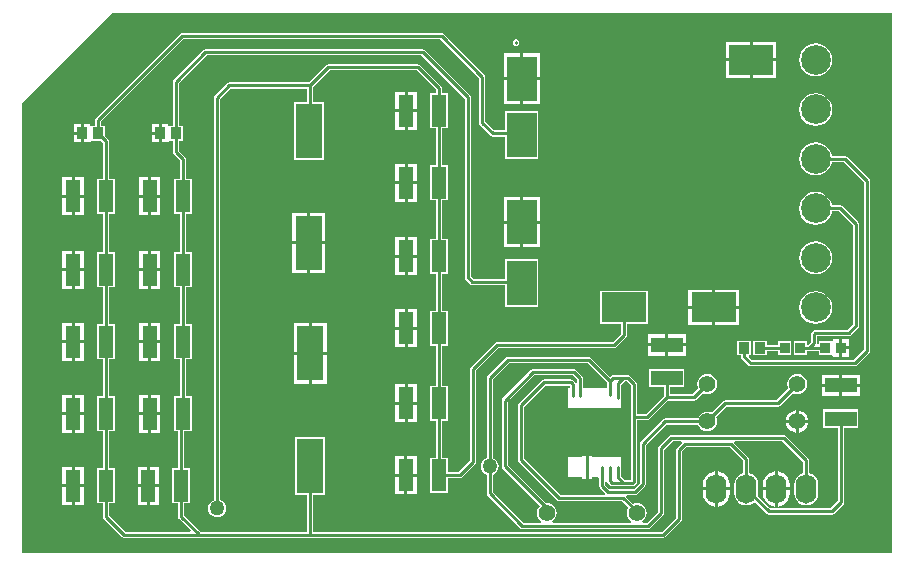
<source format=gtl>
G04*
G04 #@! TF.GenerationSoftware,Altium Limited,Altium Designer,18.0.9 (584)*
G04*
G04 Layer_Physical_Order=1*
G04 Layer_Color=255*
%FSLAX25Y25*%
%MOIN*%
G70*
G01*
G75*
%ADD13C,0.01000*%
%ADD15R,0.03347X0.03740*%
%ADD16R,0.09055X0.18307*%
%ADD17R,0.05118X0.10630*%
%ADD18R,0.10630X0.05118*%
%ADD19R,0.03543X0.03937*%
%ADD20R,0.14882X0.09882*%
%ADD21R,0.09882X0.14882*%
%ADD22C,0.09882*%
%ADD34O,0.06890X0.09843*%
%ADD35C,0.05512*%
%ADD36C,0.05000*%
G36*
X490000Y300000D02*
X200000D01*
Y450000D01*
X230000Y480000D01*
X490000D01*
Y300000D01*
D02*
G37*
%LPC*%
G36*
X364759Y471445D02*
X364369Y471367D01*
X364038Y471146D01*
X363817Y470815D01*
X363739Y470425D01*
Y470138D01*
X363817Y469748D01*
X364038Y469417D01*
X364369Y469196D01*
X364759Y469118D01*
X365149Y469196D01*
X365480Y469417D01*
X365701Y469748D01*
X365779Y470138D01*
Y470425D01*
X365701Y470815D01*
X365480Y471146D01*
X365149Y471367D01*
X364759Y471445D01*
D02*
G37*
G36*
X451546Y470461D02*
X443606D01*
Y465020D01*
X451546D01*
Y470461D01*
D02*
G37*
G36*
X442605D02*
X434665D01*
Y465020D01*
X442605D01*
Y470461D01*
D02*
G37*
G36*
X464641Y470008D02*
X463221Y469821D01*
X461897Y469272D01*
X460760Y468400D01*
X459888Y467264D01*
X459340Y465940D01*
X459153Y464520D01*
X459340Y463099D01*
X459888Y461776D01*
X460760Y460639D01*
X461897Y459767D01*
X463221Y459219D01*
X464641Y459032D01*
X466061Y459219D01*
X467385Y459767D01*
X468521Y460639D01*
X469394Y461776D01*
X469942Y463099D01*
X470129Y464520D01*
X469942Y465940D01*
X469394Y467264D01*
X468521Y468400D01*
X467385Y469272D01*
X466061Y469821D01*
X464641Y470008D01*
D02*
G37*
G36*
X372590Y466701D02*
X367149D01*
Y458760D01*
X372590D01*
Y466701D01*
D02*
G37*
G36*
X366149D02*
X360708D01*
Y458760D01*
X366149D01*
Y466701D01*
D02*
G37*
G36*
X451546Y464020D02*
X443606D01*
Y458579D01*
X451546D01*
Y464020D01*
D02*
G37*
G36*
X442605D02*
X434665D01*
Y458579D01*
X442605D01*
Y464020D01*
D02*
G37*
G36*
X372590Y457760D02*
X367149D01*
Y449819D01*
X372590D01*
Y457760D01*
D02*
G37*
G36*
X366149D02*
X360708D01*
Y449819D01*
X366149D01*
Y457760D01*
D02*
G37*
G36*
X331653Y453850D02*
X328594D01*
Y448035D01*
X331653D01*
Y453850D01*
D02*
G37*
G36*
X327594D02*
X324535D01*
Y448035D01*
X327594D01*
Y453850D01*
D02*
G37*
G36*
X464641Y453511D02*
X463221Y453325D01*
X461897Y452776D01*
X460760Y451904D01*
X459888Y450768D01*
X459340Y449444D01*
X459153Y448024D01*
X459340Y446603D01*
X459888Y445280D01*
X460760Y444143D01*
X461897Y443271D01*
X463221Y442723D01*
X464641Y442536D01*
X466061Y442723D01*
X467385Y443271D01*
X468521Y444143D01*
X469394Y445280D01*
X469942Y446603D01*
X470129Y448024D01*
X469942Y449444D01*
X469394Y450768D01*
X468521Y451904D01*
X467385Y452776D01*
X466061Y453325D01*
X464641Y453511D01*
D02*
G37*
G36*
X331653Y447035D02*
X328594D01*
Y441221D01*
X331653D01*
Y447035D01*
D02*
G37*
G36*
X327594D02*
X324535D01*
Y441221D01*
X327594D01*
Y447035D01*
D02*
G37*
G36*
X245641Y443004D02*
X243369D01*
Y440535D01*
X245641D01*
Y443004D01*
D02*
G37*
G36*
X219641D02*
X217369D01*
Y440535D01*
X219641D01*
Y443004D01*
D02*
G37*
G36*
X245641Y439535D02*
X243369D01*
Y437067D01*
X245641D01*
Y439535D01*
D02*
G37*
G36*
X219641D02*
X217369D01*
Y437067D01*
X219641D01*
Y439535D01*
D02*
G37*
G36*
X339972Y473539D02*
X253440D01*
X253050Y473462D01*
X252719Y473241D01*
X224735Y445256D01*
X224514Y444926D01*
X224436Y444535D01*
Y442858D01*
X224083Y442504D01*
X223184Y442504D01*
X222913Y442891D01*
Y443004D01*
X220641D01*
Y440035D01*
Y437067D01*
X222913D01*
Y437180D01*
X223184Y437567D01*
X223413Y437567D01*
X226483D01*
X227133Y436916D01*
Y424850D01*
X225094D01*
Y413221D01*
X227133D01*
Y400350D01*
X225094D01*
Y388720D01*
X227133D01*
Y376350D01*
X225094D01*
Y364721D01*
X227133D01*
Y352350D01*
X225094D01*
Y340721D01*
X227133D01*
Y328350D01*
X225094D01*
Y316721D01*
X227145D01*
Y312276D01*
X227223Y311886D01*
X227444Y311555D01*
X233446Y305553D01*
X233777Y305332D01*
X234167Y305254D01*
X413774D01*
X414164Y305332D01*
X414495Y305553D01*
X419721Y310779D01*
X419942Y311110D01*
X420020Y311500D01*
Y334078D01*
X421422Y335480D01*
X436078D01*
X440480Y331078D01*
Y326821D01*
X440470Y326820D01*
X439510Y326422D01*
X438687Y325790D01*
X438054Y324966D01*
X437657Y324006D01*
X437521Y322976D01*
Y320024D01*
X437657Y318994D01*
X438054Y318034D01*
X438687Y317210D01*
X439510Y316578D01*
X440470Y316180D01*
X441500Y316045D01*
X442530Y316180D01*
X443490Y316578D01*
X444313Y317210D01*
X444346Y317212D01*
X448279Y313279D01*
X448610Y313058D01*
X449000Y312980D01*
X470000D01*
X470390Y313058D01*
X470721Y313279D01*
X473721Y316279D01*
X473942Y316610D01*
X474020Y317000D01*
Y341929D01*
X478815D01*
Y348047D01*
X467185D01*
Y341929D01*
X471980D01*
Y317422D01*
X469578Y315020D01*
X449422D01*
X445356Y319086D01*
X445479Y320024D01*
Y322976D01*
X445343Y324006D01*
X444946Y324966D01*
X444313Y325790D01*
X443490Y326422D01*
X442530Y326820D01*
X442520Y326821D01*
Y331500D01*
X442442Y331890D01*
X442221Y332221D01*
X437462Y336980D01*
X437669Y337480D01*
X453578D01*
X460480Y330578D01*
Y326821D01*
X460470Y326820D01*
X459511Y326422D01*
X458686Y325790D01*
X458054Y324966D01*
X457657Y324006D01*
X457521Y322976D01*
Y320024D01*
X457657Y318994D01*
X458054Y318034D01*
X458686Y317210D01*
X459511Y316578D01*
X460470Y316180D01*
X461500Y316045D01*
X462530Y316180D01*
X463489Y316578D01*
X464314Y317210D01*
X464946Y318034D01*
X465343Y318994D01*
X465479Y320024D01*
Y322976D01*
X465343Y324006D01*
X464946Y324966D01*
X464314Y325790D01*
X463489Y326422D01*
X462530Y326820D01*
X462520Y326821D01*
Y331000D01*
X462442Y331390D01*
X462221Y331721D01*
X454721Y339221D01*
X454390Y339442D01*
X454000Y339520D01*
X416500D01*
X416110Y339442D01*
X415779Y339221D01*
X412279Y335721D01*
X412058Y335390D01*
X411980Y335000D01*
Y313922D01*
X408322Y310264D01*
X406952D01*
X406782Y310764D01*
X407322Y311178D01*
X407844Y311858D01*
X408172Y312650D01*
X408284Y313500D01*
X408172Y314350D01*
X407844Y315142D01*
X407322Y315822D01*
X406642Y316344D01*
X405850Y316672D01*
X405000Y316784D01*
X404150Y316672D01*
X403881Y316561D01*
X401462Y318980D01*
X401669Y319480D01*
X404441D01*
X404831Y319558D01*
X405162Y319779D01*
X407662Y322279D01*
X407883Y322610D01*
X407961Y323000D01*
Y336078D01*
X414863Y342980D01*
X425398D01*
X425656Y342358D01*
X426178Y341678D01*
X426858Y341156D01*
X427650Y340828D01*
X428500Y340716D01*
X429350Y340828D01*
X430142Y341156D01*
X430822Y341678D01*
X431344Y342358D01*
X431672Y343150D01*
X431784Y344000D01*
X431672Y344850D01*
X431414Y345472D01*
X434922Y348980D01*
X452000D01*
X452390Y349058D01*
X452721Y349279D01*
X457028Y353586D01*
X457650Y353328D01*
X458500Y353216D01*
X459350Y353328D01*
X460142Y353656D01*
X460822Y354178D01*
X461344Y354858D01*
X461672Y355650D01*
X461784Y356500D01*
X461672Y357350D01*
X461344Y358142D01*
X460822Y358822D01*
X460142Y359344D01*
X459350Y359672D01*
X458500Y359784D01*
X457650Y359672D01*
X456858Y359344D01*
X456178Y358822D01*
X455656Y358142D01*
X455328Y357350D01*
X455216Y356500D01*
X455328Y355650D01*
X455586Y355028D01*
X451578Y351020D01*
X434500D01*
X434110Y350942D01*
X433779Y350721D01*
X429972Y346914D01*
X429350Y347172D01*
X428500Y347284D01*
X427650Y347172D01*
X426858Y346844D01*
X426178Y346322D01*
X425656Y345642D01*
X425398Y345020D01*
X414441D01*
X414051Y344942D01*
X413720Y344721D01*
X406220Y337221D01*
X405999Y336890D01*
X405921Y336500D01*
Y323422D01*
X404019Y321520D01*
X395863D01*
X394570Y322813D01*
Y323845D01*
X395070Y323894D01*
X395108Y323701D01*
X395329Y323370D01*
X395920Y322779D01*
X396251Y322558D01*
X396641Y322480D01*
X403641D01*
X404031Y322558D01*
X404362Y322779D01*
X404862Y323279D01*
X405083Y323610D01*
X405161Y324000D01*
Y344480D01*
X408441D01*
X408831Y344558D01*
X409162Y344779D01*
X415363Y350980D01*
X424000D01*
X424390Y351058D01*
X424721Y351279D01*
X427028Y353586D01*
X427650Y353328D01*
X428500Y353216D01*
X429350Y353328D01*
X430142Y353656D01*
X430822Y354178D01*
X431344Y354858D01*
X431672Y355650D01*
X431784Y356500D01*
X431672Y357350D01*
X431344Y358142D01*
X430822Y358822D01*
X430142Y359344D01*
X429350Y359672D01*
X428500Y359784D01*
X427650Y359672D01*
X426858Y359344D01*
X426178Y358822D01*
X425656Y358142D01*
X425328Y357350D01*
X425216Y356500D01*
X425328Y355650D01*
X425586Y355028D01*
X423578Y353020D01*
X415961D01*
Y355429D01*
X420756D01*
Y361547D01*
X409126D01*
Y355429D01*
X413921D01*
Y352422D01*
X408019Y346520D01*
X405161D01*
Y356500D01*
X405083Y356890D01*
X404862Y357221D01*
X402862Y359221D01*
X402531Y359442D01*
X402141Y359520D01*
X397141D01*
X396751Y359442D01*
X396420Y359221D01*
X396141Y358942D01*
X389862Y365221D01*
X389531Y365442D01*
X389141Y365520D01*
X361941D01*
X361551Y365442D01*
X361220Y365221D01*
X355220Y359221D01*
X354999Y358890D01*
X354921Y358500D01*
Y331825D01*
X354428Y331621D01*
X353801Y331140D01*
X353320Y330513D01*
X353018Y329783D01*
X352915Y329000D01*
X353018Y328217D01*
X353320Y327487D01*
X353801Y326860D01*
X354428Y326379D01*
X354921Y326175D01*
Y320000D01*
X354999Y319610D01*
X355220Y319279D01*
X365976Y308523D01*
X366307Y308302D01*
X366697Y308225D01*
X408744D01*
X409134Y308302D01*
X409465Y308523D01*
X413721Y312779D01*
X413942Y313110D01*
X414020Y313500D01*
Y334578D01*
X416922Y337480D01*
X419831D01*
X420039Y336980D01*
X418279Y335221D01*
X418058Y334890D01*
X417980Y334500D01*
Y311922D01*
X413351Y307293D01*
X297161D01*
Y319646D01*
X301168D01*
Y338953D01*
X291113D01*
Y319646D01*
X295121D01*
Y307293D01*
X259625D01*
X254184Y312734D01*
Y316721D01*
X256224D01*
Y328350D01*
X254184D01*
Y340721D01*
X256724D01*
Y352350D01*
X254672D01*
Y364721D01*
X256712D01*
Y376350D01*
X254672D01*
Y388720D01*
X256712D01*
Y400350D01*
X254672D01*
Y413221D01*
X256712D01*
Y424850D01*
X254672D01*
Y431524D01*
X254595Y431914D01*
X254374Y432245D01*
X252476Y434143D01*
Y437567D01*
X253728D01*
Y442504D01*
X252476D01*
Y456893D01*
X261583Y466000D01*
X333234D01*
X347621Y451613D01*
Y392000D01*
X347699Y391610D01*
X347920Y391279D01*
X349420Y389779D01*
X349751Y389558D01*
X350141Y389480D01*
X361208D01*
Y382130D01*
X372090D01*
Y398012D01*
X361208D01*
Y391520D01*
X350563D01*
X349660Y392422D01*
Y452035D01*
X349583Y452426D01*
X349362Y452756D01*
X334378Y467741D01*
X334047Y467962D01*
X333657Y468039D01*
X261161D01*
X260770Y467962D01*
X260440Y467741D01*
X250735Y458036D01*
X250514Y457705D01*
X250436Y457315D01*
Y442858D01*
X250083Y442504D01*
X249184Y442504D01*
X248913Y442891D01*
Y443004D01*
X246641D01*
Y440035D01*
Y437067D01*
X248913D01*
Y437180D01*
X249184Y437567D01*
X249413Y437567D01*
X250436D01*
Y433720D01*
X250514Y433330D01*
X250735Y433000D01*
X252633Y431101D01*
Y424850D01*
X250594D01*
Y413221D01*
X252633D01*
Y400350D01*
X250594D01*
Y388720D01*
X252633D01*
Y376350D01*
X250594D01*
Y364721D01*
X252633D01*
Y352350D01*
X250606D01*
Y340721D01*
X252145D01*
Y328350D01*
X250106D01*
Y316721D01*
X252145D01*
Y312312D01*
X252223Y311922D01*
X252444Y311591D01*
X256279Y307755D01*
X256088Y307293D01*
X234590D01*
X229184Y312699D01*
Y316721D01*
X231212D01*
Y328350D01*
X229172D01*
Y340721D01*
X231212D01*
Y352350D01*
X229172D01*
Y364721D01*
X231212D01*
Y376350D01*
X229172D01*
Y388720D01*
X231212D01*
Y400350D01*
X229172D01*
Y413221D01*
X231212D01*
Y424850D01*
X229172D01*
Y437339D01*
X229095Y437729D01*
X228874Y438060D01*
X227728Y439206D01*
Y442504D01*
X226476D01*
Y444113D01*
X253863Y471500D01*
X339549D01*
X352480Y458569D01*
Y443500D01*
X352558Y443110D01*
X352779Y442779D01*
X356279Y439279D01*
X356610Y439058D01*
X357000Y438980D01*
X361208D01*
Y431618D01*
X372090D01*
Y439085D01*
X372146Y439169D01*
X372223Y439559D01*
X372146Y439949D01*
X372090Y440033D01*
Y447500D01*
X361208D01*
Y441020D01*
X357422D01*
X354520Y443922D01*
Y458991D01*
X354442Y459381D01*
X354221Y459712D01*
X340693Y473241D01*
X340362Y473462D01*
X339972Y473539D01*
D02*
G37*
G36*
X331653Y429850D02*
X328594D01*
Y424035D01*
X331653D01*
Y429850D01*
D02*
G37*
G36*
X327594D02*
X324535D01*
Y424035D01*
X327594D01*
Y429850D01*
D02*
G37*
G36*
X246188Y425350D02*
X243129D01*
Y419535D01*
X246188D01*
Y425350D01*
D02*
G37*
G36*
X220688D02*
X217629D01*
Y419535D01*
X220688D01*
Y425350D01*
D02*
G37*
G36*
X242129D02*
X239070D01*
Y419535D01*
X242129D01*
Y425350D01*
D02*
G37*
G36*
X216629D02*
X213570D01*
Y419535D01*
X216629D01*
Y425350D01*
D02*
G37*
G36*
X331653Y423035D02*
X328594D01*
Y417220D01*
X331653D01*
Y423035D01*
D02*
G37*
G36*
X327594D02*
X324535D01*
Y417220D01*
X327594D01*
Y423035D01*
D02*
G37*
G36*
X246188Y418536D02*
X243129D01*
Y412720D01*
X246188D01*
Y418536D01*
D02*
G37*
G36*
X242129D02*
X239070D01*
Y412720D01*
X242129D01*
Y418536D01*
D02*
G37*
G36*
X220688D02*
X217629D01*
Y412720D01*
X220688D01*
Y418536D01*
D02*
G37*
G36*
X216629D02*
X213570D01*
Y412720D01*
X216629D01*
Y418536D01*
D02*
G37*
G36*
X372590Y418905D02*
X367149D01*
Y410964D01*
X372590D01*
Y418905D01*
D02*
G37*
G36*
X366149D02*
X360708D01*
Y410964D01*
X366149D01*
Y418905D01*
D02*
G37*
G36*
X301168Y413654D02*
X296141D01*
Y404000D01*
X301168D01*
Y413654D01*
D02*
G37*
G36*
X295141D02*
X290113D01*
Y404000D01*
X295141D01*
Y413654D01*
D02*
G37*
G36*
X372590Y409965D02*
X367149D01*
Y402024D01*
X372590D01*
Y409965D01*
D02*
G37*
G36*
X366149D02*
X360708D01*
Y402024D01*
X366149D01*
Y409965D01*
D02*
G37*
G36*
X331653Y405350D02*
X328594D01*
Y399535D01*
X331653D01*
Y405350D01*
D02*
G37*
G36*
X327594D02*
X324535D01*
Y399535D01*
X327594D01*
Y405350D01*
D02*
G37*
G36*
X246188Y400850D02*
X243129D01*
Y395035D01*
X246188D01*
Y400850D01*
D02*
G37*
G36*
X220688D02*
X217629D01*
Y395035D01*
X220688D01*
Y400850D01*
D02*
G37*
G36*
X242129D02*
X239070D01*
Y395035D01*
X242129D01*
Y400850D01*
D02*
G37*
G36*
X216629D02*
X213570D01*
Y395035D01*
X216629D01*
Y400850D01*
D02*
G37*
G36*
X301168Y403000D02*
X296141D01*
Y393347D01*
X301168D01*
Y403000D01*
D02*
G37*
G36*
X295141D02*
X290113D01*
Y393347D01*
X295141D01*
Y403000D01*
D02*
G37*
G36*
X464641Y404023D02*
X463221Y403836D01*
X461897Y403288D01*
X460760Y402416D01*
X459888Y401279D01*
X459340Y399956D01*
X459153Y398535D01*
X459340Y397115D01*
X459888Y395792D01*
X460760Y394655D01*
X461897Y393783D01*
X463221Y393234D01*
X464641Y393048D01*
X466061Y393234D01*
X467385Y393783D01*
X468521Y394655D01*
X469394Y395792D01*
X469942Y397115D01*
X470129Y398535D01*
X469942Y399956D01*
X469394Y401279D01*
X468521Y402416D01*
X467385Y403288D01*
X466061Y403836D01*
X464641Y404023D01*
D02*
G37*
G36*
X331653Y398535D02*
X328594D01*
Y392721D01*
X331653D01*
Y398535D01*
D02*
G37*
G36*
X327594D02*
X324535D01*
Y392721D01*
X327594D01*
Y398535D01*
D02*
G37*
G36*
X246188Y394035D02*
X243129D01*
Y388221D01*
X246188D01*
Y394035D01*
D02*
G37*
G36*
X242129D02*
X239070D01*
Y388221D01*
X242129D01*
Y394035D01*
D02*
G37*
G36*
X220688D02*
X217629D01*
Y388221D01*
X220688D01*
Y394035D01*
D02*
G37*
G36*
X216629D02*
X213570D01*
Y388221D01*
X216629D01*
Y394035D01*
D02*
G37*
G36*
X439027Y387941D02*
X431086D01*
Y382500D01*
X439027D01*
Y387941D01*
D02*
G37*
G36*
X430086D02*
X422145D01*
Y382500D01*
X430086D01*
Y387941D01*
D02*
G37*
G36*
X464641Y387488D02*
X463221Y387301D01*
X461897Y386753D01*
X460760Y385880D01*
X459888Y384744D01*
X459340Y383420D01*
X459153Y382000D01*
X459340Y380580D01*
X459888Y379256D01*
X460760Y378119D01*
X461897Y377247D01*
X463221Y376699D01*
X464641Y376512D01*
X466061Y376699D01*
X467385Y377247D01*
X468521Y378119D01*
X469394Y379256D01*
X469942Y380580D01*
X470129Y382000D01*
X469942Y383420D01*
X469394Y384744D01*
X468521Y385880D01*
X467385Y386753D01*
X466061Y387301D01*
X464641Y387488D01*
D02*
G37*
G36*
X439027Y381500D02*
X431086D01*
Y376059D01*
X439027D01*
Y381500D01*
D02*
G37*
G36*
X430086D02*
X422145D01*
Y376059D01*
X430086D01*
Y381500D01*
D02*
G37*
G36*
X331653Y381350D02*
X328594D01*
Y375535D01*
X331653D01*
Y381350D01*
D02*
G37*
G36*
X327594D02*
X324535D01*
Y375535D01*
X327594D01*
Y381350D01*
D02*
G37*
G36*
X246188Y376850D02*
X243129D01*
Y371035D01*
X246188D01*
Y376850D01*
D02*
G37*
G36*
X220688D02*
X217629D01*
Y371035D01*
X220688D01*
Y376850D01*
D02*
G37*
G36*
X242129D02*
X239070D01*
Y371035D01*
X242129D01*
Y376850D01*
D02*
G37*
G36*
X216629D02*
X213570D01*
Y371035D01*
X216629D01*
Y376850D01*
D02*
G37*
G36*
X421256Y373071D02*
X415441D01*
Y370012D01*
X421256D01*
Y373071D01*
D02*
G37*
G36*
X414441D02*
X408626D01*
Y370012D01*
X414441D01*
Y373071D01*
D02*
G37*
G36*
X464641Y420519D02*
X463221Y420332D01*
X461897Y419784D01*
X460760Y418912D01*
X459888Y417775D01*
X459340Y416452D01*
X459153Y415031D01*
X459340Y413611D01*
X459888Y412288D01*
X460760Y411151D01*
X461897Y410279D01*
X463221Y409731D01*
X464641Y409544D01*
X466061Y409731D01*
X467385Y410279D01*
X468521Y411151D01*
X469394Y412288D01*
X469942Y413611D01*
X469995Y414012D01*
X472487D01*
X477090Y409409D01*
Y376422D01*
X475187Y374520D01*
X464500D01*
X464110Y374442D01*
X463779Y374221D01*
X463279Y373721D01*
X463058Y373390D01*
X462980Y373000D01*
Y370422D01*
X462173Y369615D01*
X461673Y369750D01*
Y370870D01*
X457327D01*
Y366130D01*
X461673D01*
Y367480D01*
X465709D01*
Y366130D01*
X469827D01*
X470055Y366130D01*
X470327Y365742D01*
Y365630D01*
X472500D01*
Y368500D01*
Y371370D01*
X470327D01*
Y371258D01*
X470055Y370870D01*
X469827Y370870D01*
X465709D01*
Y369967D01*
X465469Y369877D01*
X465020Y370236D01*
Y372480D01*
X475609D01*
X476000Y372558D01*
X476330Y372779D01*
X478830Y375279D01*
X479051Y375610D01*
X479129Y376000D01*
Y409831D01*
X479051Y410222D01*
X478830Y410553D01*
X473630Y415753D01*
X473300Y415974D01*
X472909Y416051D01*
X469995D01*
X469942Y416452D01*
X469394Y417775D01*
X468521Y418912D01*
X467385Y419784D01*
X466061Y420332D01*
X464641Y420519D01*
D02*
G37*
G36*
X475673Y371370D02*
X473500D01*
Y369000D01*
X475673D01*
Y371370D01*
D02*
G37*
G36*
X331653Y374535D02*
X328594D01*
Y368721D01*
X331653D01*
Y374535D01*
D02*
G37*
G36*
X327594D02*
X324535D01*
Y368721D01*
X327594D01*
Y374535D01*
D02*
G37*
G36*
X301669Y376854D02*
X296641D01*
Y367201D01*
X301669D01*
Y376854D01*
D02*
G37*
G36*
X295641D02*
X290613D01*
Y367201D01*
X295641D01*
Y376854D01*
D02*
G37*
G36*
X448370Y370969D02*
X443827D01*
Y366032D01*
X448370D01*
Y367480D01*
X452209D01*
Y366130D01*
X456555D01*
Y370870D01*
X452209D01*
Y369520D01*
X448370D01*
Y370969D01*
D02*
G37*
G36*
X421256Y369012D02*
X415441D01*
Y365953D01*
X421256D01*
Y369012D01*
D02*
G37*
G36*
X414441D02*
X408626D01*
Y365953D01*
X414441D01*
Y369012D01*
D02*
G37*
G36*
X475673Y368000D02*
X473500D01*
Y365630D01*
X475673D01*
Y368000D01*
D02*
G37*
G36*
X464641Y437015D02*
X463221Y436828D01*
X461897Y436280D01*
X460760Y435408D01*
X459888Y434271D01*
X459340Y432948D01*
X459153Y431528D01*
X459340Y430107D01*
X459888Y428784D01*
X460760Y427647D01*
X461897Y426775D01*
X463221Y426227D01*
X464641Y426040D01*
X466061Y426227D01*
X467385Y426775D01*
X468521Y427647D01*
X469394Y428784D01*
X469942Y430107D01*
X469995Y430508D01*
X473991D01*
X480621Y423878D01*
Y367922D01*
X477219Y364520D01*
X443363D01*
X442313Y365570D01*
X442505Y366032D01*
X443055D01*
Y370969D01*
X438512D01*
Y366032D01*
X439764D01*
Y365657D01*
X439842Y365267D01*
X440063Y364936D01*
X442220Y362779D01*
X442551Y362558D01*
X442941Y362480D01*
X477641D01*
X478031Y362558D01*
X478362Y362779D01*
X482362Y366779D01*
X482583Y367110D01*
X482660Y367500D01*
Y424300D01*
X482583Y424690D01*
X482362Y425021D01*
X475134Y432248D01*
X474804Y432470D01*
X474413Y432547D01*
X469995D01*
X469942Y432948D01*
X469394Y434271D01*
X468521Y435408D01*
X467385Y436280D01*
X466061Y436828D01*
X464641Y437015D01*
D02*
G37*
G36*
X246188Y370035D02*
X243129D01*
Y364220D01*
X246188D01*
Y370035D01*
D02*
G37*
G36*
X242129D02*
X239070D01*
Y364220D01*
X242129D01*
Y370035D01*
D02*
G37*
G36*
X220688D02*
X217629D01*
Y364220D01*
X220688D01*
Y370035D01*
D02*
G37*
G36*
X216629D02*
X213570D01*
Y364220D01*
X216629D01*
Y370035D01*
D02*
G37*
G36*
X301669Y366201D02*
X296641D01*
Y356547D01*
X301669D01*
Y366201D01*
D02*
G37*
G36*
X295641D02*
X290613D01*
Y356547D01*
X295641D01*
Y366201D01*
D02*
G37*
G36*
X479315Y359571D02*
X473500D01*
Y356512D01*
X479315D01*
Y359571D01*
D02*
G37*
G36*
X472500D02*
X466685D01*
Y356512D01*
X472500D01*
Y359571D01*
D02*
G37*
G36*
X479315Y355512D02*
X473500D01*
Y352453D01*
X479315D01*
Y355512D01*
D02*
G37*
G36*
X472500D02*
X466685D01*
Y352453D01*
X472500D01*
Y355512D01*
D02*
G37*
G36*
X331676Y356350D02*
X328617D01*
Y350535D01*
X331676D01*
Y356350D01*
D02*
G37*
G36*
X327617D02*
X324558D01*
Y350535D01*
X327617D01*
Y356350D01*
D02*
G37*
G36*
X220688Y352850D02*
X217629D01*
Y347035D01*
X220688D01*
Y352850D01*
D02*
G37*
G36*
X216629D02*
X213570D01*
Y347035D01*
X216629D01*
Y352850D01*
D02*
G37*
G36*
X246200D02*
X243141D01*
Y347035D01*
X246200D01*
Y352850D01*
D02*
G37*
G36*
X242141D02*
X239082D01*
Y347035D01*
X242141D01*
Y352850D01*
D02*
G37*
G36*
X459000Y347723D02*
Y344500D01*
X462222D01*
X462159Y344981D01*
X461781Y345894D01*
X461179Y346679D01*
X460394Y347281D01*
X459480Y347659D01*
X459000Y347723D01*
D02*
G37*
G36*
X458000D02*
X457519Y347659D01*
X456606Y347281D01*
X455821Y346679D01*
X455219Y345894D01*
X454841Y344981D01*
X454777Y344500D01*
X458000D01*
Y347723D01*
D02*
G37*
G36*
X331676Y349535D02*
X328617D01*
Y343721D01*
X331676D01*
Y349535D01*
D02*
G37*
G36*
X327617D02*
X324558D01*
Y343721D01*
X327617D01*
Y349535D01*
D02*
G37*
G36*
X462222Y343500D02*
X459000D01*
Y340278D01*
X459480Y340341D01*
X460394Y340719D01*
X461179Y341321D01*
X461781Y342106D01*
X462159Y343020D01*
X462222Y343500D01*
D02*
G37*
G36*
X458000D02*
X454777D01*
X454841Y343020D01*
X455219Y342106D01*
X455821Y341321D01*
X456606Y340719D01*
X457519Y340341D01*
X458000Y340278D01*
Y343500D01*
D02*
G37*
G36*
X246200Y346035D02*
X243141D01*
Y340220D01*
X246200D01*
Y346035D01*
D02*
G37*
G36*
X242141D02*
X239082D01*
Y340220D01*
X242141D01*
Y346035D01*
D02*
G37*
G36*
X220688Y346035D02*
X217629D01*
Y340220D01*
X220688D01*
Y346035D01*
D02*
G37*
G36*
X216629D02*
X213570D01*
Y340220D01*
X216629D01*
Y346035D01*
D02*
G37*
G36*
X331629Y332335D02*
X328570D01*
Y326520D01*
X331629D01*
Y332335D01*
D02*
G37*
G36*
X327570D02*
X324511D01*
Y326520D01*
X327570D01*
Y332335D01*
D02*
G37*
G36*
X220688Y328850D02*
X217629D01*
Y323035D01*
X220688D01*
Y328850D01*
D02*
G37*
G36*
X216629D02*
X213570D01*
Y323035D01*
X216629D01*
Y328850D01*
D02*
G37*
G36*
X245700D02*
X242641D01*
Y323035D01*
X245700D01*
Y328850D01*
D02*
G37*
G36*
X241641D02*
X238582D01*
Y323035D01*
X241641D01*
Y328850D01*
D02*
G37*
G36*
X452000Y327394D02*
Y322000D01*
X455983D01*
Y322976D01*
X455830Y324137D01*
X455383Y325218D01*
X454670Y326147D01*
X453742Y326859D01*
X452660Y327307D01*
X452000Y327394D01*
D02*
G37*
G36*
X432000D02*
Y322000D01*
X435983D01*
Y322976D01*
X435830Y324137D01*
X435383Y325218D01*
X434670Y326147D01*
X433742Y326859D01*
X432660Y327307D01*
X432000Y327394D01*
D02*
G37*
G36*
X451000Y327394D02*
X450340Y327307D01*
X449258Y326859D01*
X448330Y326147D01*
X447617Y325218D01*
X447169Y324137D01*
X447017Y322976D01*
Y322000D01*
X451000D01*
Y327394D01*
D02*
G37*
G36*
X431000D02*
X430340Y327307D01*
X429258Y326859D01*
X428330Y326147D01*
X427617Y325218D01*
X427170Y324137D01*
X427017Y322976D01*
Y322000D01*
X431000D01*
Y327394D01*
D02*
G37*
G36*
X332129Y463055D02*
X302176D01*
X301786Y462977D01*
X301455Y462756D01*
X295719Y457020D01*
X269188D01*
X268798Y456942D01*
X268467Y456721D01*
X264444Y452697D01*
X264223Y452367D01*
X264145Y451976D01*
Y317860D01*
X263652Y317656D01*
X263025Y317175D01*
X262544Y316548D01*
X262242Y315819D01*
X262139Y315035D01*
X262242Y314252D01*
X262544Y313523D01*
X263025Y312896D01*
X263652Y312415D01*
X264381Y312113D01*
X265165Y312010D01*
X265948Y312113D01*
X266677Y312415D01*
X267304Y312896D01*
X267785Y313523D01*
X268087Y314252D01*
X268191Y315035D01*
X268087Y315819D01*
X267785Y316548D01*
X267304Y317175D01*
X266677Y317656D01*
X266184Y317860D01*
Y451554D01*
X269611Y454980D01*
X295121D01*
Y450555D01*
X290613D01*
Y431248D01*
X300669D01*
Y450555D01*
X297161D01*
Y455578D01*
X302599Y461016D01*
X331707D01*
X338098Y454625D01*
Y453350D01*
X336058D01*
Y441720D01*
X338098D01*
Y429350D01*
X336058D01*
Y417721D01*
X338098D01*
Y404850D01*
X336058D01*
Y393220D01*
X338098D01*
Y380850D01*
X336058D01*
Y369220D01*
X338098D01*
Y355850D01*
X336082D01*
Y344220D01*
X338074D01*
Y331835D01*
X336035D01*
Y320205D01*
X342153D01*
Y325000D01*
X345961D01*
X346351Y325078D01*
X346682Y325299D01*
X351162Y329779D01*
X351383Y330110D01*
X351461Y330500D01*
Y361078D01*
X358863Y368480D01*
X397441D01*
X397831Y368558D01*
X398162Y368779D01*
X401425Y372042D01*
X401646Y372373D01*
X401723Y372763D01*
Y376559D01*
X408645D01*
Y387441D01*
X392763D01*
Y376559D01*
X399684D01*
Y373185D01*
X397019Y370520D01*
X358441D01*
X358051Y370442D01*
X357720Y370221D01*
X349720Y362221D01*
X349499Y361890D01*
X349421Y361500D01*
Y330922D01*
X345538Y327039D01*
X342153D01*
Y331835D01*
X340113D01*
Y344220D01*
X342200D01*
Y355850D01*
X340137D01*
Y369220D01*
X342176D01*
Y380850D01*
X340137D01*
Y393220D01*
X342176D01*
Y404850D01*
X340137D01*
Y417721D01*
X342176D01*
Y429350D01*
X340137D01*
Y441720D01*
X342176D01*
Y453350D01*
X340137D01*
Y455047D01*
X340059Y455437D01*
X339838Y455768D01*
X332850Y462756D01*
X332519Y462977D01*
X332129Y463055D01*
D02*
G37*
G36*
X331629Y325520D02*
X328570D01*
Y319705D01*
X331629D01*
Y325520D01*
D02*
G37*
G36*
X327570D02*
X324511D01*
Y319705D01*
X327570D01*
Y325520D01*
D02*
G37*
G36*
X245700Y322035D02*
X242641D01*
Y316220D01*
X245700D01*
Y322035D01*
D02*
G37*
G36*
X241641D02*
X238582D01*
Y316220D01*
X241641D01*
Y322035D01*
D02*
G37*
G36*
X220688Y322035D02*
X217629D01*
Y316220D01*
X220688D01*
Y322035D01*
D02*
G37*
G36*
X216629D02*
X213570D01*
Y316220D01*
X216629D01*
Y322035D01*
D02*
G37*
G36*
X455983Y321000D02*
X452000D01*
Y315606D01*
X452660Y315693D01*
X453742Y316141D01*
X454670Y316853D01*
X455383Y317782D01*
X455830Y318863D01*
X455983Y320024D01*
Y321000D01*
D02*
G37*
G36*
X435983D02*
X432000D01*
Y315606D01*
X432660Y315693D01*
X433742Y316141D01*
X434670Y316853D01*
X435383Y317782D01*
X435830Y318863D01*
X435983Y320024D01*
Y321000D01*
D02*
G37*
G36*
X451000D02*
X447017D01*
Y320024D01*
X447169Y318863D01*
X447617Y317782D01*
X448330Y316853D01*
X449258Y316141D01*
X450340Y315693D01*
X451000Y315606D01*
Y321000D01*
D02*
G37*
G36*
X431000D02*
X427017D01*
Y320024D01*
X427170Y318863D01*
X427617Y317782D01*
X428330Y316853D01*
X429258Y316141D01*
X430340Y315693D01*
X431000Y315606D01*
Y321000D01*
D02*
G37*
%LPD*%
G36*
X385121Y358078D02*
Y356746D01*
X384621Y356697D01*
X384583Y356890D01*
X384362Y357221D01*
X383862Y357721D01*
X383531Y357942D01*
X383141Y358020D01*
X374141D01*
X373751Y357942D01*
X373420Y357721D01*
X365779Y350080D01*
X365558Y349749D01*
X365480Y349359D01*
Y331160D01*
X365558Y330769D01*
X365779Y330439D01*
X378439Y317779D01*
X378769Y317558D01*
X379160Y317480D01*
X400078D01*
X402269Y315289D01*
X402156Y315142D01*
X401828Y314350D01*
X401716Y313500D01*
X401828Y312650D01*
X402156Y311858D01*
X402678Y311178D01*
X403218Y310764D01*
X403048Y310264D01*
X376952D01*
X376782Y310764D01*
X377322Y311178D01*
X377844Y311858D01*
X378172Y312650D01*
X378284Y313500D01*
X378172Y314350D01*
X377844Y315142D01*
X377322Y315822D01*
X376642Y316344D01*
X375850Y316672D01*
X375000Y316784D01*
X374698Y316744D01*
X361961Y329481D01*
Y350549D01*
X370892Y359480D01*
X383719D01*
X385121Y358078D01*
D02*
G37*
G36*
X395121Y357078D02*
Y355461D01*
X394750Y355150D01*
X394450Y355150D01*
X392650D01*
X392350Y355150D01*
X391850Y355150D01*
X389750Y355150D01*
X389250Y355150D01*
X387250Y355150D01*
X387160Y355613D01*
Y358500D01*
X387083Y358890D01*
X386862Y359221D01*
X384862Y361221D01*
X384531Y361442D01*
X384141Y361520D01*
X370469D01*
X370079Y361442D01*
X369748Y361221D01*
X360220Y351693D01*
X359999Y351362D01*
X359921Y350972D01*
Y329059D01*
X359999Y328669D01*
X360220Y328338D01*
X372681Y315877D01*
X372678Y315822D01*
X372156Y315142D01*
X371828Y314350D01*
X371716Y313500D01*
X371828Y312650D01*
X372156Y311858D01*
X372678Y311178D01*
X373218Y310764D01*
X373048Y310264D01*
X367119D01*
X356961Y320422D01*
Y326175D01*
X357454Y326379D01*
X358081Y326860D01*
X358561Y327487D01*
X358864Y328217D01*
X358967Y329000D01*
X358864Y329783D01*
X358561Y330513D01*
X358081Y331140D01*
X357454Y331621D01*
X356961Y331825D01*
Y358078D01*
X362363Y363480D01*
X388719D01*
X395121Y357078D01*
D02*
G37*
G36*
X403121Y356078D02*
Y345500D01*
Y324520D01*
X400922D01*
X399850Y325592D01*
Y332150D01*
X397450D01*
Y332150D01*
X397250D01*
Y332150D01*
X394850D01*
Y332150D01*
X394750D01*
Y332150D01*
X392650D01*
X392350Y332150D01*
X391850Y332150D01*
X390150D01*
Y332650D01*
X388950D01*
Y328750D01*
Y324850D01*
X390150D01*
Y325350D01*
X391850D01*
X392150Y325350D01*
X392530Y325061D01*
Y322391D01*
X392608Y322001D01*
X392829Y321670D01*
X394479Y320020D01*
X394272Y319520D01*
X379582D01*
X367520Y331582D01*
Y348937D01*
X374563Y355980D01*
X382621D01*
Y355150D01*
X382150D01*
Y348350D01*
X384150D01*
X384550Y348350D01*
Y348350D01*
X384650D01*
Y348350D01*
X386750D01*
X387050Y348350D01*
X387550Y348350D01*
X389650Y348350D01*
X390150Y348350D01*
X391850D01*
X392150Y348350D01*
X392650Y348350D01*
X394450D01*
X394750Y348350D01*
X395250Y348350D01*
X396985D01*
X397350Y348350D01*
X397350Y348350D01*
X397475Y348375D01*
Y348375D01*
X399875D01*
Y355175D01*
X399695D01*
Y356253D01*
X400922Y357480D01*
X401719D01*
X403121Y356078D01*
D02*
G37*
%LPC*%
G36*
X387950Y332650D02*
X386750D01*
Y332150D01*
X384950D01*
X384650Y332150D01*
X384150Y332150D01*
X382050D01*
Y325350D01*
X384150D01*
X384450Y325350D01*
X384950Y325350D01*
X386750D01*
Y324850D01*
X387950D01*
Y328750D01*
Y332650D01*
D02*
G37*
%LPD*%
D13*
X364759Y470138D02*
Y470425D01*
X357000Y440000D02*
X370763D01*
X353500Y443500D02*
Y458991D01*
Y443500D02*
X357000Y440000D01*
X339972Y472520D02*
X353500Y458991D01*
X396141Y357500D02*
X397141Y358500D01*
X400500D01*
X296141Y434000D02*
Y456000D01*
X389141Y364500D02*
X396141Y357500D01*
X361941Y364500D02*
X389141D01*
X400500Y358500D02*
X402141D01*
X398675Y356675D02*
X400500Y358500D01*
X398675Y351775D02*
Y356675D01*
X400500Y323500D02*
X403641D01*
X398650Y325350D02*
X400500Y323500D01*
X398650Y325350D02*
Y328750D01*
X419000Y311500D02*
Y334500D01*
X413774Y306274D02*
X419000Y311500D01*
Y334500D02*
X421000Y336500D01*
X296141Y306274D02*
X413774D01*
X441500Y321500D02*
X449000Y314000D01*
X470000D01*
X473000Y317000D01*
Y344988D01*
X441500Y321500D02*
Y331500D01*
X436500Y336500D02*
X441500Y331500D01*
X421000Y336500D02*
X436500D01*
X461500Y321500D02*
Y331000D01*
X454000Y338500D02*
X461500Y331000D01*
X416500Y338500D02*
X454000D01*
X413000Y335000D02*
X416500Y338500D01*
X413000Y313500D02*
Y335000D01*
X408744Y309244D02*
X413000Y313500D01*
X366697Y309244D02*
X408744D01*
X355941Y320000D02*
X366697Y309244D01*
X355941Y320000D02*
Y329000D01*
X379160Y318500D02*
X400500D01*
X366500Y331160D02*
X379160Y318500D01*
X400500D02*
X405000Y314000D01*
X375000D02*
Y315000D01*
X360941Y329059D02*
X375000Y315000D01*
X360941Y329059D02*
Y350972D01*
X406941Y336500D02*
X414441Y344000D01*
X428500D01*
X414941Y352000D02*
X424000D01*
X428500Y356500D01*
X452000Y350000D02*
X458500Y356500D01*
X434500Y350000D02*
X452000D01*
X428500Y344000D02*
X434500Y350000D01*
X393550Y322391D02*
Y328750D01*
X396050Y324091D02*
X396641Y323500D01*
X396050Y324091D02*
Y328750D01*
X393550Y322391D02*
X395441Y320500D01*
X366500Y349359D02*
X374141Y357000D01*
X366500Y331160D02*
Y349359D01*
X478109Y376000D02*
Y409831D01*
X462500Y368500D02*
X467882D01*
X459500D02*
X462500D01*
X475609Y373500D02*
X478109Y376000D01*
X464500Y373500D02*
X475609D01*
X464000Y373000D02*
X464500Y373500D01*
X464000Y370000D02*
Y373000D01*
X462500Y368500D02*
X464000Y370000D01*
X477641Y363500D02*
X481641Y367500D01*
X440784Y365657D02*
Y368500D01*
Y365657D02*
X442941Y363500D01*
X477641D01*
X481641Y367500D02*
Y424300D01*
X446098Y368500D02*
X454382D01*
X406941Y323000D02*
Y336500D01*
X404441Y320500D02*
X406941Y323000D01*
X395441Y320500D02*
X404441D01*
X404141Y324000D02*
Y345500D01*
Y356500D01*
Y345500D02*
X408441D01*
X414941Y352000D01*
Y358488D01*
X384141Y360500D02*
X386141Y358500D01*
X370469Y360500D02*
X384141D01*
X360941Y350972D02*
X370469Y360500D01*
X355941Y358500D02*
X361941Y364500D01*
X355941Y329000D02*
Y358500D01*
X358441Y369500D02*
X397441D01*
X350441Y361500D02*
X358441Y369500D01*
X350441Y330500D02*
Y361500D01*
X345961Y326020D02*
X350441Y330500D01*
X472909Y415031D02*
X478109Y409831D01*
X464641Y415031D02*
X472909D01*
X474413Y431528D02*
X481641Y424300D01*
X464641Y431528D02*
X474413D01*
X339094Y326020D02*
X345961D01*
X234167Y306274D02*
X296141D01*
X228165Y312276D02*
X234167Y306274D01*
X253165Y312312D02*
X259072Y306404D01*
X296141Y306274D02*
Y329299D01*
X253165Y312312D02*
Y322535D01*
X228165Y312276D02*
Y322524D01*
X400704Y372763D02*
Y382000D01*
X397441Y369500D02*
X400704Y372763D01*
X265165Y451976D02*
X269188Y456000D01*
X296141D01*
X228153Y322535D02*
X228165Y322524D01*
X265165Y315035D02*
Y451976D01*
X366220Y390500D02*
X366649Y390071D01*
X350141Y390500D02*
X366220D01*
X348641Y392000D02*
Y452035D01*
Y392000D02*
X350141Y390500D01*
X370763Y440000D02*
X371204Y439559D01*
X302176Y462035D02*
X332129D01*
X296141Y456000D02*
X302176Y462035D01*
X225456Y444535D02*
X253440Y472520D01*
X251456Y440035D02*
Y457315D01*
X261161Y467020D01*
X383641Y352500D02*
Y356500D01*
X383141Y357000D02*
X383641Y356500D01*
X374141Y357000D02*
X383141D01*
X386141Y352500D02*
Y358500D01*
X396641Y323500D02*
X400500D01*
X396141Y352800D02*
Y357500D01*
X402141Y358500D02*
X404141Y356500D01*
X403641Y323500D02*
X404141Y324000D01*
X225456Y440035D02*
X228153Y437339D01*
Y419035D02*
Y437339D01*
Y394535D02*
Y419035D01*
Y370535D02*
Y394535D01*
Y346535D02*
Y370535D01*
Y322535D02*
Y346535D01*
X332129Y462035D02*
X339117Y455047D01*
Y447535D02*
Y455047D01*
X339094Y326020D02*
Y349988D01*
X339141Y350035D01*
X339117Y350059D02*
X339141Y350035D01*
X339117Y350059D02*
Y375035D01*
Y399035D01*
Y423535D01*
Y447535D01*
X333657Y467020D02*
X348641Y452035D01*
X253440Y472520D02*
X339972D01*
X261161Y467020D02*
X333657D01*
X225456Y440035D02*
Y444535D01*
X253165Y322535D02*
Y346035D01*
X253665Y346535D01*
X253653Y346547D02*
X253665Y346535D01*
X253653Y346547D02*
Y370535D01*
Y394535D01*
Y419035D01*
Y431524D01*
X251456Y433720D02*
X253653Y431524D01*
X251456Y433720D02*
Y440035D01*
D15*
X454382Y368500D02*
D03*
X459500D02*
D03*
X473000D02*
D03*
X467882D02*
D03*
D16*
X295641Y403500D02*
D03*
Y440902D02*
D03*
X296141Y329299D02*
D03*
Y366701D02*
D03*
D17*
X339094Y326020D02*
D03*
X328070D02*
D03*
X242629Y419035D02*
D03*
X253653D02*
D03*
X242629Y394535D02*
D03*
X253653D02*
D03*
X242629Y370535D02*
D03*
X253653D02*
D03*
X242641Y346535D02*
D03*
X253665D02*
D03*
X242141Y322535D02*
D03*
X253165D02*
D03*
X217129Y419035D02*
D03*
X228153D02*
D03*
X217129Y394535D02*
D03*
X228153D02*
D03*
X217129Y370535D02*
D03*
X228153D02*
D03*
X217129Y346535D02*
D03*
X228153D02*
D03*
X217129Y322535D02*
D03*
X228153D02*
D03*
X339117Y447535D02*
D03*
X328094D02*
D03*
X339117Y423535D02*
D03*
X328094D02*
D03*
X339117Y399035D02*
D03*
X328094D02*
D03*
X339117Y375035D02*
D03*
X328094D02*
D03*
X339141Y350035D02*
D03*
X328117D02*
D03*
D18*
X414941Y369512D02*
D03*
Y358488D02*
D03*
X473000Y356012D02*
D03*
Y344988D02*
D03*
D19*
X446098Y368500D02*
D03*
X440784D02*
D03*
X251456Y440035D02*
D03*
X246141D02*
D03*
X225456D02*
D03*
X220141D02*
D03*
D20*
X400704Y382000D02*
D03*
X430586D02*
D03*
X443106Y464520D02*
D03*
D21*
X366649Y390071D02*
D03*
Y410465D02*
D03*
Y439559D02*
D03*
Y458260D02*
D03*
D22*
X464641Y382000D02*
D03*
Y398535D02*
D03*
Y415031D02*
D03*
Y431528D02*
D03*
Y448024D02*
D03*
Y464520D02*
D03*
D34*
X431500Y321500D02*
D03*
X461500D02*
D03*
X451500D02*
D03*
X441500D02*
D03*
D35*
X405000Y313500D02*
D03*
X375000D02*
D03*
X428500Y356500D02*
D03*
X458500D02*
D03*
X428500Y344000D02*
D03*
X458500D02*
D03*
D36*
X355941Y329000D02*
D03*
X265165Y315035D02*
D03*
M02*

</source>
